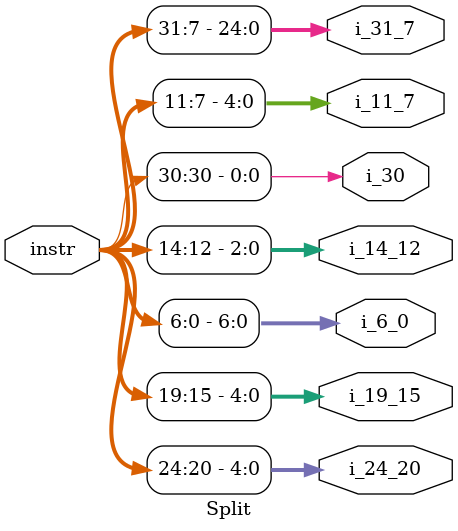
<source format=sv>
module Split (
    input logic [31: 0] instr,

    output logic [24: 20] i_24_20,
    output logic [19: 15] i_19_15,
    output logic [6: 0] i_6_0,
    output logic [14: 12] i_14_12,
    output logic i_30,
    output logic [11: 7] i_11_7,
    output logic [31: 7] i_31_7
);
    


assign i_24_20 = instr[24:20];
assign i_19_15 = instr[19:15];
assign i_6_0 = instr[6: 0];
assign i_14_12 = instr[14: 12];
assign i_30 = instr[30];
assign i_11_7 = instr[11: 7];
assign i_31_7 = instr[31: 7]; 

endmodule
</source>
